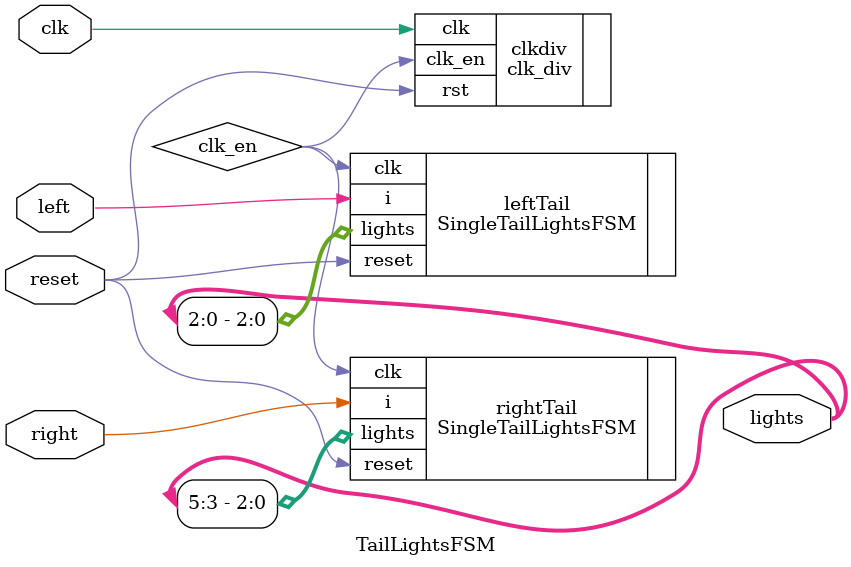
<source format=v>
`timescale 1ns / 1ps

`include "SingleTailLightsFSM.v"
`include "clk_div.v"

module TailLightsFSM(input clk, input reset, input left, input right, output [5:0] lights);
    reg clk_en;
    clk_div clkdiv (
    .clk(clk),
    .rst(reset),
    .clk_en(clk_en)
    );
    SingleTailLightsFSM leftTail(
    .clk(clk_en),
    .reset(reset),
    .i(left),
    .lights(lights[2:0])
    );
    SingleTailLightsFSM rightTail(
    .clk(clk_en),
    .reset(reset),
    .i(right),
    .lights(lights[5:3])
    );
    // if the user presses left and right simultaneously -> both sides will light
endmodule

</source>
